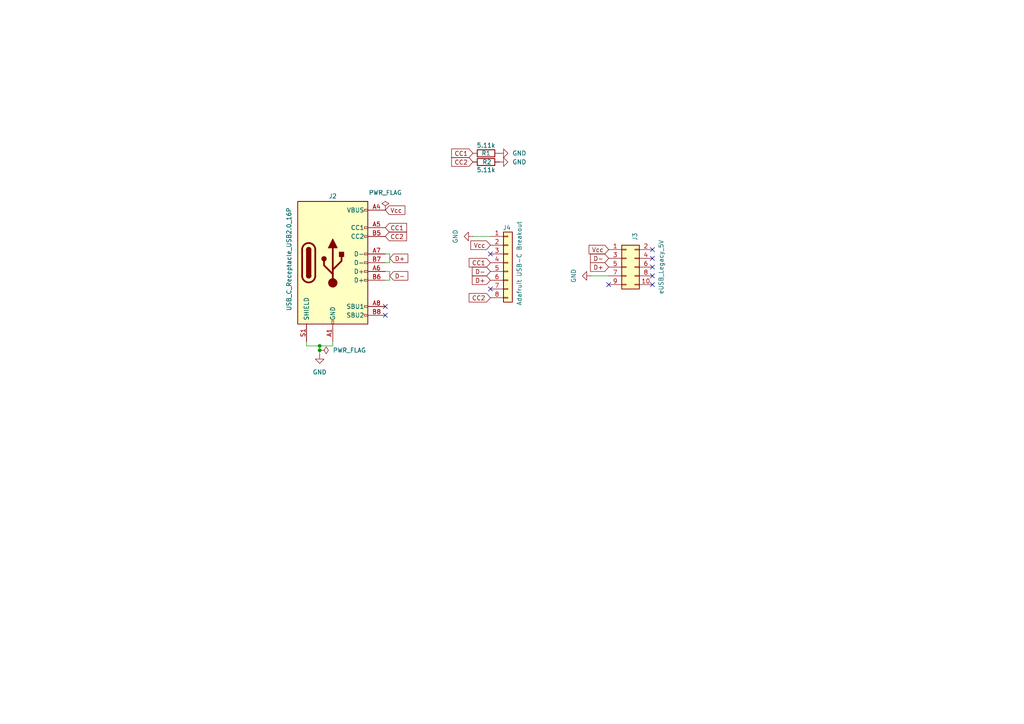
<source format=kicad_sch>
(kicad_sch (version 20231120) (generator "eeschema") (generator_version "8.0")
  (paper "A4")
  (lib_symbols
    (symbol "Conn_02x05_Odd_Even_1" (pin_names (offset 1.016) hide)
      (property "Reference" "J" (at 1.27 7.62 0))
      (property "Value" "Conn_02x05_Odd_Even" (at 1.27 -7.62 0))
      (symbol "Conn_02x05_Odd_Even_1_1_1"
        (rectangle (start -1.27 -4.953) (end 0 -5.207) (stroke (width 0.1524)))
        (rectangle (start -1.27 -2.413) (end 0 -2.667) (stroke (width 0.1524)))
        (rectangle (start -1.27 0.127) (end 0 -0.127) (stroke (width 0.1524)))
        (rectangle (start -1.27 2.667) (end 0 2.413) (stroke (width 0.1524)))
        (rectangle (start -1.27 5.207) (end 0 4.953) (stroke (width 0.1524)))
        (rectangle (start -1.27 6.35) (end 3.81 -6.35) (stroke (width 0.254)) (fill (type background)))
        (rectangle (start 3.81 -4.953) (end 2.54 -5.207) (stroke (width 0.1524)))
        (rectangle (start 3.81 -2.413) (end 2.54 -2.667) (stroke (width 0.1524)))
        (rectangle (start 3.81 0.127) (end 2.54 -0.127) (stroke (width 0.1524)))
        (rectangle (start 3.81 2.667) (end 2.54 2.413) (stroke (width 0.1524)))
        (rectangle (start 3.81 5.207) (end 2.54 4.953) (stroke (width 0.1524)))
        (pin passive line (at -5.08 5.08 0) (length 3.81) (name "Pin_1") (number "1"))
        (pin passive line (at 7.62 -5.08 180) (length 3.81) (name "Pin_10") (number "10"))
        (pin passive line (at 7.62 5.08 180) (length 3.81) (name "Pin_2") (number "2"))
        (pin passive line (at -5.08 2.54 0) (length 3.81) (name "Pin_3") (number "3"))
        (pin passive line (at 7.62 2.54 180) (length 3.81) (name "Pin_4") (number "4"))
        (pin passive line (at -5.08 0 0) (length 3.81) (name "Pin_5") (number "5"))
        (pin passive line (at 7.62 0 180) (length 3.81) (name "Pin_6") (number "6"))
        (pin passive line (at -5.08 -2.54 0) (length 3.81) (name "Pin_7") (number "7"))
        (pin passive line (at 7.62 -2.54 180) (length 3.81) (name "Pin_8") (number "8"))
        (pin passive line (at -5.08 -5.08 0) (length 3.81) (name "Pin_9") (number "9"))
      )
    )
    (symbol "Connector:USB_C_Receptacle_USB2.0_16P" (pin_names (offset 1.016))
      (property "Reference" "J" (at 0 22.225 0))
      (property "Value" "USB_C_Receptacle_USB2.0_16P" (at 0 19.685 0))
      (symbol "USB_C_Receptacle_USB2.0_16P_0_0"
        (rectangle (start -0.254 -17.78) (end 0.254 -16.764))
        (rectangle (start 10.16 -14.986) (end 9.144 -15.494))
        (rectangle (start 10.16 -12.446) (end 9.144 -12.954))
        (rectangle (start 10.16 -4.826) (end 9.144 -5.334))
        (rectangle (start 10.16 -2.286) (end 9.144 -2.794))
        (rectangle (start 10.16 0.254) (end 9.144 -0.254))
        (rectangle (start 10.16 2.794) (end 9.144 2.286))
        (rectangle (start 10.16 7.874) (end 9.144 7.366))
        (rectangle (start 10.16 10.414) (end 9.144 9.906))
        (rectangle (start 10.16 15.494) (end 9.144 14.986))
      )
      (symbol "USB_C_Receptacle_USB2.0_16P_0_1"
        (rectangle (start -10.16 17.78) (end 10.16 -17.78) (stroke (width 0.254)) (fill (type background)))
        (arc (start -8.89 -3.81) (mid -6.985 -5.7067) (end -5.08 -3.81) (stroke (width 0.508)))
        (arc (start -7.62 -3.81) (mid -6.985 -4.4423) (end -6.35 -3.81) (stroke (width 0.254)))
        (arc (start -7.62 -3.81) (mid -6.985 -4.4423) (end -6.35 -3.81) (stroke (width 0.254)) (fill (type outline)))
        (rectangle (start -7.62 -3.81) (end -6.35 3.81) (stroke (width 0.254)) (fill (type outline)))
        (arc (start -6.35 3.81) (mid -6.985 4.4423) (end -7.62 3.81) (stroke (width 0.254)))
        (arc (start -6.35 3.81) (mid -6.985 4.4423) (end -7.62 3.81) (stroke (width 0.254)) (fill (type outline)))
        (arc (start -5.08 3.81) (mid -6.985 5.7067) (end -8.89 3.81) (stroke (width 0.508)))
        (circle (center -2.54 1.143) (radius 0.635) (stroke (width 0.254)) (fill (type outline)))
        (circle (center 0 -5.842) (radius 1.27) (fill (type outline)))
        (polyline (pts (xy -8.89 -3.81) (xy -8.89 3.81)) (stroke (width 0.508)))
        (polyline (pts (xy -5.08 3.81) (xy -5.08 -3.81)) (stroke (width 0.508)))
        (polyline (pts (xy 0 -5.842) (xy 0 4.318)) (stroke (width 0.508)))
        (polyline (pts (xy 0 -3.302) (xy -2.54 -0.762) (xy -2.54 0.508)) (stroke (width 0.508)))
        (polyline (pts (xy 0 -2.032) (xy 2.54 0.508) (xy 2.54 1.778)) (stroke (width 0.508)))
        (polyline (pts (xy -1.27 4.318) (xy 0 6.858) (xy 1.27 4.318) (xy -1.27 4.318)) (stroke (width 0.254)) (fill (type outline)))
        (rectangle (start 1.905 1.778) (end 3.175 3.048) (stroke (width 0.254)) (fill (type outline)))
      )
      (symbol "USB_C_Receptacle_USB2.0_16P_1_1"
        (pin passive line (at 0 -22.86 90) (length 5.08) (name "GND") (number "A1"))
        (pin passive line (at 0 -22.86 90) (length 5.08) hide (name "GND") (number "A12"))
        (pin passive line (at 15.24 15.24 180) (length 5.08) (name "VBUS") (number "A4"))
        (pin bidirectional line (at 15.24 10.16 180) (length 5.08) (name "CC1") (number "A5"))
        (pin bidirectional line (at 15.24 -2.54 180) (length 5.08) (name "D+") (number "A6"))
        (pin bidirectional line (at 15.24 2.54 180) (length 5.08) (name "D-") (number "A7"))
        (pin bidirectional line (at 15.24 -12.7 180) (length 5.08) (name "SBU1") (number "A8"))
        (pin passive line (at 15.24 15.24 180) (length 5.08) hide (name "VBUS") (number "A9"))
        (pin passive line (at 0 -22.86 90) (length 5.08) hide (name "GND") (number "B1"))
        (pin passive line (at 0 -22.86 90) (length 5.08) hide (name "GND") (number "B12"))
        (pin passive line (at 15.24 15.24 180) (length 5.08) hide (name "VBUS") (number "B4"))
        (pin bidirectional line (at 15.24 7.62 180) (length 5.08) (name "CC2") (number "B5"))
        (pin bidirectional line (at 15.24 -5.08 180) (length 5.08) (name "D+") (number "B6"))
        (pin bidirectional line (at 15.24 0 180) (length 5.08) (name "D-") (number "B7"))
        (pin bidirectional line (at 15.24 -15.24 180) (length 5.08) (name "SBU2") (number "B8"))
        (pin passive line (at 15.24 15.24 180) (length 5.08) hide (name "VBUS") (number "B9"))
        (pin passive line (at -7.62 -22.86 90) (length 5.08) (name "SHIELD") (number "S1"))
      )
    )
    (symbol "Connector_Generic:Conn_01x08" (pin_names (offset 1.016) hide)
      (property "Reference" "J" (at 0 10.16 0))
      (property "Value" "Conn_01x08" (at 0 -12.7 0))
      (symbol "Conn_01x08_1_1"
        (rectangle (start -1.27 -10.033) (end 0 -10.287) (stroke (width 0.1524)))
        (rectangle (start -1.27 -7.493) (end 0 -7.747) (stroke (width 0.1524)))
        (rectangle (start -1.27 -4.953) (end 0 -5.207) (stroke (width 0.1524)))
        (rectangle (start -1.27 -2.413) (end 0 -2.667) (stroke (width 0.1524)))
        (rectangle (start -1.27 0.127) (end 0 -0.127) (stroke (width 0.1524)))
        (rectangle (start -1.27 2.667) (end 0 2.413) (stroke (width 0.1524)))
        (rectangle (start -1.27 5.207) (end 0 4.953) (stroke (width 0.1524)))
        (rectangle (start -1.27 7.747) (end 0 7.493) (stroke (width 0.1524)))
        (rectangle (start -1.27 8.89) (end 1.27 -11.43) (stroke (width 0.254)) (fill (type background)))
        (pin passive line (at -5.08 7.62 0) (length 3.81) (name "Pin_1") (number "1"))
        (pin passive line (at -5.08 5.08 0) (length 3.81) (name "Pin_2") (number "2"))
        (pin passive line (at -5.08 2.54 0) (length 3.81) (name "Pin_3") (number "3"))
        (pin passive line (at -5.08 0 0) (length 3.81) (name "Pin_4") (number "4"))
        (pin passive line (at -5.08 -2.54 0) (length 3.81) (name "Pin_5") (number "5"))
        (pin passive line (at -5.08 -5.08 0) (length 3.81) (name "Pin_6") (number "6"))
        (pin passive line (at -5.08 -7.62 0) (length 3.81) (name "Pin_7") (number "7"))
        (pin passive line (at -5.08 -10.16 0) (length 3.81) (name "Pin_8") (number "8"))
      )
    )
    (symbol "Device:R" (pin_numbers hide) (pin_names (offset 0))
      (property "Reference" "R" (at 2.032 0 90))
      (property "Value" "R" (at 0 0 90))
      (symbol "R_0_1"
        (rectangle (start -1.016 -2.54) (end 1.016 2.54) (stroke (width 0.254)))
      )
      (symbol "R_1_1"
        (pin passive line (at 0 3.81 270) (length 1.27) (name "~") (number "1"))
        (pin passive line (at 0 -3.81 90) (length 1.27) (name "~") (number "2"))
      )
    )
    (symbol "power:GND" (power) (pin_numbers hide) (pin_names (offset 0) hide)
      (property "Value" "GND" (at 0 -3.81 0))
      (symbol "GND_0_1"
        (polyline (pts (xy 0 0) (xy 0 -1.27) (xy 1.27 -1.27) (xy 0 -2.54) (xy -1.27 -1.27) (xy 0 -1.27)))
      )
      (symbol "GND_1_1"
        (pin power_in line (at 0 0 270) (length 0) (name "~") (number "1"))
      )
    )
    (symbol "power:PWR_FLAG" (power) (pin_numbers hide) (pin_names (offset 0) hide)
      (property "Value" "PWR_FLAG" (at 0 3.81 0))
      (symbol "PWR_FLAG_0_0"
        (pin power_out line (at 0 0 90) (length 0) (name "~") (number "1"))
      )
      (symbol "PWR_FLAG_0_1"
        (polyline (pts (xy 0 0) (xy 0 1.27) (xy -1.016 1.905) (xy 0 2.54) (xy 1.016 1.905) (xy 0 1.27)))
      )
    )
  )
  (junction (at 92.71 101.6))
  (junction (at 92.71 100.33))
  (no_connect (at 176.53 82.55))
  (no_connect (at 189.23 74.93))
  (no_connect (at 189.23 80.01))
  (no_connect (at 111.76 91.44))
  (no_connect (at 189.23 72.39))
  (no_connect (at 189.23 82.55))
  (no_connect (at 142.24 83.82))
  (no_connect (at 189.23 77.47))
  (no_connect (at 142.24 73.66))
  (no_connect (at 111.76 88.9))
  (wire (pts (xy 171.45 80.01) (xy 176.53 80.01)))
  (wire (pts (xy 88.9 100.33) (xy 92.71 100.33)))
  (wire (pts (xy 113.03 73.66) (xy 113.03 76.2)))
  (wire (pts (xy 113.03 78.74) (xy 113.03 81.28)))
  (wire (pts (xy 96.52 99.06) (xy 96.52 100.33)))
  (wire (pts (xy 137.16 68.58) (xy 142.24 68.58)))
  (wire (pts (xy 111.76 73.66) (xy 113.03 73.66)))
  (wire (pts (xy 92.71 101.6) (xy 92.71 100.33)))
  (wire (pts (xy 88.9 99.06) (xy 88.9 100.33)))
  (wire (pts (xy 111.76 78.74) (xy 113.03 78.74)))
  (wire (pts (xy 111.76 76.2) (xy 113.03 76.2)))
  (wire (pts (xy 92.71 102.87) (xy 92.71 101.6)))
  (wire (pts (xy 111.76 81.28) (xy 113.03 81.28)))
  (wire (pts (xy 92.71 100.33) (xy 96.52 100.33)))
  (global_label "CC2" (shape input) (at 142.24 86.36 180) (property "Intersheetrefs" "${INTERSHEET_REFS}" (effects (hide yes))))
  (global_label "D-" (shape input) (at 113.03 80.01 0) (property "Intersheetrefs" "${INTERSHEET_REFS}" (effects (hide yes))))
  (global_label "D-" (shape input) (at 176.53 74.93 180) (property "Intersheetrefs" "${INTERSHEET_REFS}" (effects (hide yes))))
  (global_label "CC2" (shape input) (at 137.16 46.99 180) (property "Intersheetrefs" "${INTERSHEET_REFS}" (effects (hide yes))))
  (global_label "D+" (shape input) (at 176.53 77.47 180) (property "Intersheetrefs" "${INTERSHEET_REFS}" (effects (hide yes))))
  (global_label "D-" (shape input) (at 142.24 78.74 180) (property "Intersheetrefs" "${INTERSHEET_REFS}" (effects (hide yes))))
  (global_label "Vcc" (shape input) (at 176.53 72.39 180) (property "Intersheetrefs" "${INTERSHEET_REFS}" (effects (hide yes))))
  (global_label "CC1" (shape input) (at 111.76 66.04 0) (property "Intersheetrefs" "${INTERSHEET_REFS}" (effects (hide yes))))
  (global_label "Vcc" (shape input) (at 111.76 60.96 0) (property "Intersheetrefs" "${INTERSHEET_REFS}" (effects (hide yes))))
  (global_label "CC1" (shape input) (at 142.24 76.2 180) (property "Intersheetrefs" "${INTERSHEET_REFS}" (effects (hide yes))))
  (global_label "CC2" (shape input) (at 111.76 68.58 0) (property "Intersheetrefs" "${INTERSHEET_REFS}" (effects (hide yes))))
  (global_label "CC1" (shape input) (at 137.16 44.45 180) (property "Intersheetrefs" "${INTERSHEET_REFS}" (effects (hide yes))))
  (global_label "D+" (shape input) (at 142.24 81.28 180) (property "Intersheetrefs" "${INTERSHEET_REFS}" (effects (hide yes))))
  (global_label "D+" (shape input) (at 113.03 74.93 0) (property "Intersheetrefs" "${INTERSHEET_REFS}" (effects (hide yes))))
  (global_label "Vcc" (shape input) (at 142.24 71.12 180) (property "Intersheetrefs" "${INTERSHEET_REFS}" (effects (hide yes))))
  (symbol (lib_id "power:GND") (at 92.71 102.87 0) (unit 1)
    (property "Reference" "#PWR01" (effects (hide yes)))
    (property "Value" "GND" (at 92.71 107.95 0))
    (property "Description" "Power symbol creates a global label with name \"GND\" , ground" (effects (hide yes)))
  )
  (symbol (lib_id "Connector_Generic:Conn_01x08") (at 147.32 76.2 0) (unit 1)
    (property "Reference" "J4" (at 145.796 66.04 0) (effects (justify left)))
    (property "Value" "Adafruit USB-C Breakout" (at 150.622 88.646 90) (effects (justify left)))
    (property "Footprint" "Connector_PinHeader_2.54mm:PinHeader_1x08_P2.54mm_Vertical" (effects (hide yes)))
    (property "Description" "Generic connector, single row, 01x08, script generated (kicad-library-utils/schlib/autogen/connector/)" (effects (hide yes)))
  )
  (symbol (lib_id "Connector:USB_C_Receptacle_USB2.0_16P") (at 96.52 76.2 0) (unit 1)
    (property "Reference" "J2" (at 96.52 56.896 0))
    (property "Value" "USB_C_Receptacle_USB2.0_16P" (at 83.82 75.184 90))
    (property "Footprint" "Connector_USB:USB_C_Receptacle_XKB_U262-16XN-4BVC11" (effects (hide yes)))
    (property "Datasheet" "https://www.usb.org/sites/default/files/documents/usb_type-c.zip" (effects (hide yes)))
    (property "Description" "USB 2.0-only 16P Type-C Receptacle connector" (effects (hide yes)))
  )
  (symbol (lib_id "power:GND") (at 137.16 68.58 270) (unit 1)
    (property "Reference" "#PWR05" (effects (hide yes)))
    (property "Value" "GND" (at 132.08 68.58 0))
    (property "Description" "Power symbol creates a global label with name \"GND\" , ground" (effects (hide yes)))
  )
  (symbol (lib_name "Conn_02x05_Odd_Even_1") (lib_id "Connector_Generic:Conn_02x05_Odd_Even") (at 181.61 77.47 0) (unit 1)
    (property "Reference" "J3" (at 184.1501 69.85 90) (effects (justify left)))
    (property "Value" "eUSB_Legacy_5V" (at 191.77 85.344 90) (effects (justify left)))
    (property "Footprint" "Connector_PinHeader_2.54mm:PinHeader_2x05_P2.54mm_Vertical" (effects (hide yes)))
    (property "Description" "Generic connector, double row, 02x05, odd/even pin numbering scheme (row 1 odd numbers, row 2 even numbers), script generated (kicad-library-utils/schlib/autogen/connector/)" (effects (hide yes)))
  )
  (symbol (lib_id "power:GND") (at 144.78 46.99 90) (unit 1)
    (property "Reference" "#PWR03" (effects (hide yes)))
    (property "Value" "GND" (at 148.59 46.9899 90) (effects (justify right)))
    (property "Description" "Power symbol creates a global label with name \"GND\" , ground" (effects (hide yes)))
  )
  (symbol (lib_id "power:GND") (at 144.78 44.45 90) (unit 1)
    (property "Reference" "#PWR02" (effects (hide yes)))
    (property "Value" "GND" (at 148.59 44.4499 90) (effects (justify right)))
    (property "Description" "Power symbol creates a global label with name \"GND\" , ground" (effects (hide yes)))
  )
  (symbol (lib_id "power:PWR_FLAG") (at 92.71 101.6 270) (unit 1)
    (property "Reference" "#FLG02" (effects (hide yes)))
    (property "Value" "PWR_FLAG" (at 96.52 101.5999 90) (effects (justify left)))
    (property "Description" "Special symbol for telling ERC where power comes from" (effects (hide yes)))
  )
  (symbol (lib_id "power:PWR_FLAG") (at 111.76 60.96 0) (unit 1)
    (property "Reference" "#FLG01" (effects (hide yes)))
    (property "Value" "PWR_FLAG" (at 111.76 55.88 0))
    (property "Description" "Special symbol for telling ERC where power comes from" (effects (hide yes)))
  )
  (symbol (lib_id "Device:R") (at 140.97 44.45 90) (unit 1)
    (property "Reference" "R1" (at 140.97 44.45 90))
    (property "Value" "5.11k" (at 140.97 42.164 90))
    (property "Footprint" "Resistor_SMD:R_0603_1608Metric_Pad0.98x0.95mm_HandSolder" (effects (hide yes)))
    (property "Description" "Resistor" (effects (hide yes)))
  )
  (symbol (lib_id "power:GND") (at 171.45 80.01 270) (mirror x) (unit 1)
    (property "Reference" "#PWR04" (effects (hide yes)))
    (property "Value" "GND" (at 166.37 80.01 0))
    (property "Description" "Power symbol creates a global label with name \"GND\" , ground" (effects (hide yes)))
  )
  (symbol (lib_id "Device:R") (at 140.97 46.99 90) (unit 1)
    (property "Reference" "R2" (at 141.224 46.99 90))
    (property "Value" "5.11k" (at 140.97 49.276 90))
    (property "Footprint" "Resistor_SMD:R_0603_1608Metric_Pad0.98x0.95mm_HandSolder" (effects (hide yes)))
    (property "Description" "Resistor" (effects (hide yes)))
  )
)
</source>
